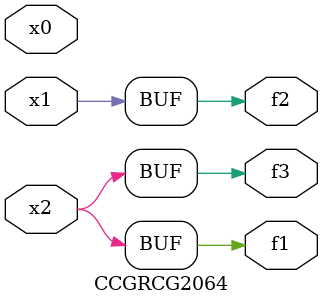
<source format=v>
module CCGRCG2064(
	input x0, x1, x2,
	output f1, f2, f3
);
	assign f1 = x2;
	assign f2 = x1;
	assign f3 = x2;
endmodule

</source>
